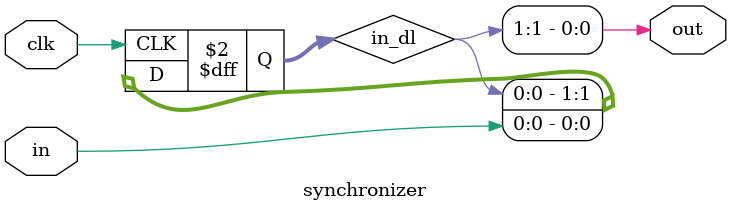
<source format=v>
module synchronizer
(
  input wire clk,
  input wire in,
  output wire out
);

reg [1:0] in_dl;
always @ (posedge clk)
  in_dl <= {in_dl[0], in};

assign out = in_dl[1];

endmodule
</source>
